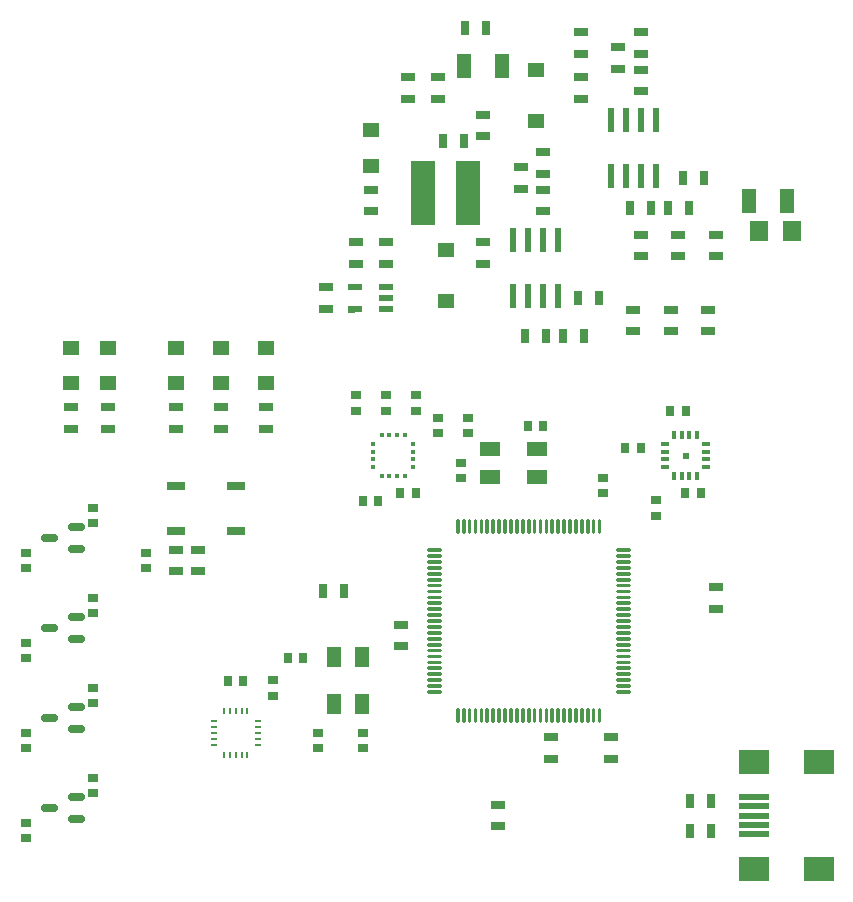
<source format=gtp>
G75*
G70*
%OFA0B0*%
%FSLAX24Y24*%
%IPPOS*%
%LPD*%
%AMOC8*
5,1,8,0,0,1.08239X$1,22.5*
%
%ADD10R,0.0146X0.0256*%
%ADD11R,0.0256X0.0146*%
%ADD12R,0.0197X0.0197*%
%ADD13R,0.0551X0.0472*%
%ADD14R,0.0315X0.0472*%
%ADD15R,0.0472X0.0315*%
%ADD16R,0.0600X0.0300*%
%ADD17C,0.0094*%
%ADD18R,0.0098X0.0197*%
%ADD19R,0.0197X0.0098*%
%ADD20C,0.0256*%
%ADD21R,0.0709X0.0472*%
%ADD22R,0.0472X0.0709*%
%ADD23R,0.0118X0.0157*%
%ADD24R,0.0157X0.0118*%
%ADD25R,0.0354X0.0276*%
%ADD26R,0.0276X0.0354*%
%ADD27R,0.0630X0.0709*%
%ADD28R,0.0472X0.0787*%
%ADD29R,0.0236X0.0787*%
%ADD30R,0.0846X0.2165*%
%ADD31R,0.0579X0.0500*%
%ADD32R,0.0984X0.0197*%
%ADD33R,0.0984X0.0787*%
%ADD34R,0.0217X0.0472*%
D10*
X024517Y014765D03*
X024773Y014765D03*
X025029Y014765D03*
X025285Y014765D03*
X025285Y016143D03*
X025029Y016143D03*
X024773Y016143D03*
X024517Y016143D03*
D11*
X024212Y015837D03*
X024212Y015581D03*
X024212Y015326D03*
X024212Y015070D03*
X025590Y015070D03*
X025590Y015326D03*
X025590Y015581D03*
X025590Y015837D03*
D12*
X024901Y015454D03*
D13*
X014401Y025113D03*
X014401Y026294D03*
X010901Y019044D03*
X010901Y017863D03*
X009401Y017863D03*
X009401Y019044D03*
X007901Y019044D03*
X007901Y017863D03*
X005651Y017863D03*
X005651Y019044D03*
X004401Y019044D03*
X004401Y017863D03*
D14*
X012797Y010954D03*
X013506Y010954D03*
X019547Y019454D03*
X020256Y019454D03*
X020797Y019454D03*
X021506Y019454D03*
X021297Y020704D03*
X022006Y020704D03*
X023047Y023704D03*
X023756Y023704D03*
X024297Y023704D03*
X025006Y023704D03*
X024797Y024704D03*
X025506Y024704D03*
X018256Y029704D03*
X017547Y029704D03*
X017506Y025954D03*
X016797Y025954D03*
X025047Y003954D03*
X025756Y003954D03*
X025756Y002954D03*
X025047Y002954D03*
D15*
X022401Y005349D03*
X022401Y006058D03*
X020401Y006058D03*
X020401Y005349D03*
X018651Y003808D03*
X018651Y003099D03*
X015401Y009099D03*
X015401Y009808D03*
X010901Y016349D03*
X010901Y017058D03*
X009401Y017058D03*
X009401Y016349D03*
X007901Y016349D03*
X007901Y017058D03*
X005651Y017058D03*
X005651Y016349D03*
X004401Y016349D03*
X004401Y017058D03*
X007901Y012308D03*
X007901Y011599D03*
X008651Y011599D03*
X008651Y012308D03*
X012901Y020349D03*
X012901Y021058D03*
X013901Y021849D03*
X013901Y022558D03*
X014901Y022558D03*
X014901Y021849D03*
X014401Y023599D03*
X014401Y024308D03*
X015651Y027349D03*
X015651Y028058D03*
X016651Y028058D03*
X016651Y027349D03*
X018151Y026808D03*
X018151Y026099D03*
X019401Y025058D03*
X019401Y024349D03*
X020151Y024308D03*
X020151Y024849D03*
X020151Y025558D03*
X020151Y023599D03*
X018151Y022558D03*
X018151Y021849D03*
X023151Y020308D03*
X023151Y019599D03*
X024401Y019599D03*
X024401Y020308D03*
X025651Y020308D03*
X025651Y019599D03*
X025901Y022099D03*
X025901Y022808D03*
X024651Y022808D03*
X024651Y022099D03*
X023401Y022099D03*
X023401Y022808D03*
X021401Y027349D03*
X021401Y028058D03*
X021401Y028849D03*
X021401Y029558D03*
X022651Y029058D03*
X022651Y028349D03*
X023401Y028308D03*
X023401Y028849D03*
X023401Y029558D03*
X023401Y027599D03*
X025901Y011058D03*
X025901Y010349D03*
D16*
X009901Y012954D03*
X009901Y014454D03*
X007901Y014454D03*
X007901Y012954D03*
D17*
X016303Y012328D02*
X016303Y012304D01*
X016303Y012328D02*
X016701Y012328D01*
X016701Y012304D01*
X016303Y012304D01*
X016303Y012131D02*
X016303Y012107D01*
X016303Y012131D02*
X016701Y012131D01*
X016701Y012107D01*
X016303Y012107D01*
X016303Y011934D02*
X016303Y011910D01*
X016303Y011934D02*
X016701Y011934D01*
X016701Y011910D01*
X016303Y011910D01*
X016303Y011737D02*
X016303Y011713D01*
X016303Y011737D02*
X016701Y011737D01*
X016701Y011713D01*
X016303Y011713D01*
X016303Y011540D02*
X016303Y011516D01*
X016303Y011540D02*
X016701Y011540D01*
X016701Y011516D01*
X016303Y011516D01*
X016303Y011343D02*
X016303Y011319D01*
X016303Y011343D02*
X016701Y011343D01*
X016701Y011319D01*
X016303Y011319D01*
X016303Y011147D02*
X016303Y011123D01*
X016303Y011147D02*
X016701Y011147D01*
X016701Y011123D01*
X016303Y011123D01*
X016303Y010950D02*
X016303Y010926D01*
X016303Y010950D02*
X016701Y010950D01*
X016701Y010926D01*
X016303Y010926D01*
X016303Y010753D02*
X016303Y010729D01*
X016303Y010753D02*
X016701Y010753D01*
X016701Y010729D01*
X016303Y010729D01*
X016303Y010556D02*
X016303Y010532D01*
X016303Y010556D02*
X016701Y010556D01*
X016701Y010532D01*
X016303Y010532D01*
X016303Y010359D02*
X016303Y010335D01*
X016303Y010359D02*
X016701Y010359D01*
X016701Y010335D01*
X016303Y010335D01*
X016303Y010162D02*
X016303Y010138D01*
X016303Y010162D02*
X016701Y010162D01*
X016701Y010138D01*
X016303Y010138D01*
X016303Y009966D02*
X016303Y009942D01*
X016303Y009966D02*
X016701Y009966D01*
X016701Y009942D01*
X016303Y009942D01*
X016303Y009769D02*
X016303Y009745D01*
X016303Y009769D02*
X016701Y009769D01*
X016701Y009745D01*
X016303Y009745D01*
X016303Y009572D02*
X016303Y009548D01*
X016303Y009572D02*
X016701Y009572D01*
X016701Y009548D01*
X016303Y009548D01*
X016303Y009375D02*
X016303Y009351D01*
X016303Y009375D02*
X016701Y009375D01*
X016701Y009351D01*
X016303Y009351D01*
X016303Y009178D02*
X016303Y009154D01*
X016303Y009178D02*
X016701Y009178D01*
X016701Y009154D01*
X016303Y009154D01*
X016303Y008981D02*
X016303Y008957D01*
X016303Y008981D02*
X016701Y008981D01*
X016701Y008957D01*
X016303Y008957D01*
X016303Y008784D02*
X016303Y008760D01*
X016303Y008784D02*
X016701Y008784D01*
X016701Y008760D01*
X016303Y008760D01*
X016303Y008588D02*
X016303Y008564D01*
X016303Y008588D02*
X016701Y008588D01*
X016701Y008564D01*
X016303Y008564D01*
X016303Y008391D02*
X016303Y008367D01*
X016303Y008391D02*
X016701Y008391D01*
X016701Y008367D01*
X016303Y008367D01*
X016303Y008194D02*
X016303Y008170D01*
X016303Y008194D02*
X016701Y008194D01*
X016701Y008170D01*
X016303Y008170D01*
X016303Y007997D02*
X016303Y007973D01*
X016303Y007997D02*
X016701Y007997D01*
X016701Y007973D01*
X016303Y007973D01*
X016303Y007800D02*
X016303Y007776D01*
X016303Y007800D02*
X016701Y007800D01*
X016701Y007776D01*
X016303Y007776D01*
X016303Y007603D02*
X016303Y007579D01*
X016303Y007603D02*
X016701Y007603D01*
X016701Y007579D01*
X016303Y007579D01*
X017277Y007003D02*
X017277Y006605D01*
X017277Y007003D02*
X017301Y007003D01*
X017301Y006605D01*
X017277Y006605D01*
X017277Y006698D02*
X017301Y006698D01*
X017301Y006791D02*
X017277Y006791D01*
X017277Y006884D02*
X017301Y006884D01*
X017301Y006977D02*
X017277Y006977D01*
X017474Y007003D02*
X017474Y006605D01*
X017474Y007003D02*
X017498Y007003D01*
X017498Y006605D01*
X017474Y006605D01*
X017474Y006698D02*
X017498Y006698D01*
X017498Y006791D02*
X017474Y006791D01*
X017474Y006884D02*
X017498Y006884D01*
X017498Y006977D02*
X017474Y006977D01*
X017671Y007003D02*
X017671Y006605D01*
X017671Y007003D02*
X017695Y007003D01*
X017695Y006605D01*
X017671Y006605D01*
X017671Y006698D02*
X017695Y006698D01*
X017695Y006791D02*
X017671Y006791D01*
X017671Y006884D02*
X017695Y006884D01*
X017695Y006977D02*
X017671Y006977D01*
X017868Y007003D02*
X017868Y006605D01*
X017868Y007003D02*
X017892Y007003D01*
X017892Y006605D01*
X017868Y006605D01*
X017868Y006698D02*
X017892Y006698D01*
X017892Y006791D02*
X017868Y006791D01*
X017868Y006884D02*
X017892Y006884D01*
X017892Y006977D02*
X017868Y006977D01*
X018064Y007003D02*
X018064Y006605D01*
X018064Y007003D02*
X018088Y007003D01*
X018088Y006605D01*
X018064Y006605D01*
X018064Y006698D02*
X018088Y006698D01*
X018088Y006791D02*
X018064Y006791D01*
X018064Y006884D02*
X018088Y006884D01*
X018088Y006977D02*
X018064Y006977D01*
X018261Y007003D02*
X018261Y006605D01*
X018261Y007003D02*
X018285Y007003D01*
X018285Y006605D01*
X018261Y006605D01*
X018261Y006698D02*
X018285Y006698D01*
X018285Y006791D02*
X018261Y006791D01*
X018261Y006884D02*
X018285Y006884D01*
X018285Y006977D02*
X018261Y006977D01*
X018458Y007003D02*
X018458Y006605D01*
X018458Y007003D02*
X018482Y007003D01*
X018482Y006605D01*
X018458Y006605D01*
X018458Y006698D02*
X018482Y006698D01*
X018482Y006791D02*
X018458Y006791D01*
X018458Y006884D02*
X018482Y006884D01*
X018482Y006977D02*
X018458Y006977D01*
X018655Y007003D02*
X018655Y006605D01*
X018655Y007003D02*
X018679Y007003D01*
X018679Y006605D01*
X018655Y006605D01*
X018655Y006698D02*
X018679Y006698D01*
X018679Y006791D02*
X018655Y006791D01*
X018655Y006884D02*
X018679Y006884D01*
X018679Y006977D02*
X018655Y006977D01*
X018852Y007003D02*
X018852Y006605D01*
X018852Y007003D02*
X018876Y007003D01*
X018876Y006605D01*
X018852Y006605D01*
X018852Y006698D02*
X018876Y006698D01*
X018876Y006791D02*
X018852Y006791D01*
X018852Y006884D02*
X018876Y006884D01*
X018876Y006977D02*
X018852Y006977D01*
X019049Y007003D02*
X019049Y006605D01*
X019049Y007003D02*
X019073Y007003D01*
X019073Y006605D01*
X019049Y006605D01*
X019049Y006698D02*
X019073Y006698D01*
X019073Y006791D02*
X019049Y006791D01*
X019049Y006884D02*
X019073Y006884D01*
X019073Y006977D02*
X019049Y006977D01*
X019245Y007003D02*
X019245Y006605D01*
X019245Y007003D02*
X019269Y007003D01*
X019269Y006605D01*
X019245Y006605D01*
X019245Y006698D02*
X019269Y006698D01*
X019269Y006791D02*
X019245Y006791D01*
X019245Y006884D02*
X019269Y006884D01*
X019269Y006977D02*
X019245Y006977D01*
X019442Y007003D02*
X019442Y006605D01*
X019442Y007003D02*
X019466Y007003D01*
X019466Y006605D01*
X019442Y006605D01*
X019442Y006698D02*
X019466Y006698D01*
X019466Y006791D02*
X019442Y006791D01*
X019442Y006884D02*
X019466Y006884D01*
X019466Y006977D02*
X019442Y006977D01*
X019639Y007003D02*
X019639Y006605D01*
X019639Y007003D02*
X019663Y007003D01*
X019663Y006605D01*
X019639Y006605D01*
X019639Y006698D02*
X019663Y006698D01*
X019663Y006791D02*
X019639Y006791D01*
X019639Y006884D02*
X019663Y006884D01*
X019663Y006977D02*
X019639Y006977D01*
X019836Y007003D02*
X019836Y006605D01*
X019836Y007003D02*
X019860Y007003D01*
X019860Y006605D01*
X019836Y006605D01*
X019836Y006698D02*
X019860Y006698D01*
X019860Y006791D02*
X019836Y006791D01*
X019836Y006884D02*
X019860Y006884D01*
X019860Y006977D02*
X019836Y006977D01*
X020033Y007003D02*
X020033Y006605D01*
X020033Y007003D02*
X020057Y007003D01*
X020057Y006605D01*
X020033Y006605D01*
X020033Y006698D02*
X020057Y006698D01*
X020057Y006791D02*
X020033Y006791D01*
X020033Y006884D02*
X020057Y006884D01*
X020057Y006977D02*
X020033Y006977D01*
X020230Y007003D02*
X020230Y006605D01*
X020230Y007003D02*
X020254Y007003D01*
X020254Y006605D01*
X020230Y006605D01*
X020230Y006698D02*
X020254Y006698D01*
X020254Y006791D02*
X020230Y006791D01*
X020230Y006884D02*
X020254Y006884D01*
X020254Y006977D02*
X020230Y006977D01*
X020427Y007003D02*
X020427Y006605D01*
X020427Y007003D02*
X020451Y007003D01*
X020451Y006605D01*
X020427Y006605D01*
X020427Y006698D02*
X020451Y006698D01*
X020451Y006791D02*
X020427Y006791D01*
X020427Y006884D02*
X020451Y006884D01*
X020451Y006977D02*
X020427Y006977D01*
X020623Y007003D02*
X020623Y006605D01*
X020623Y007003D02*
X020647Y007003D01*
X020647Y006605D01*
X020623Y006605D01*
X020623Y006698D02*
X020647Y006698D01*
X020647Y006791D02*
X020623Y006791D01*
X020623Y006884D02*
X020647Y006884D01*
X020647Y006977D02*
X020623Y006977D01*
X020820Y007003D02*
X020820Y006605D01*
X020820Y007003D02*
X020844Y007003D01*
X020844Y006605D01*
X020820Y006605D01*
X020820Y006698D02*
X020844Y006698D01*
X020844Y006791D02*
X020820Y006791D01*
X020820Y006884D02*
X020844Y006884D01*
X020844Y006977D02*
X020820Y006977D01*
X021017Y007003D02*
X021017Y006605D01*
X021017Y007003D02*
X021041Y007003D01*
X021041Y006605D01*
X021017Y006605D01*
X021017Y006698D02*
X021041Y006698D01*
X021041Y006791D02*
X021017Y006791D01*
X021017Y006884D02*
X021041Y006884D01*
X021041Y006977D02*
X021017Y006977D01*
X021214Y007003D02*
X021214Y006605D01*
X021214Y007003D02*
X021238Y007003D01*
X021238Y006605D01*
X021214Y006605D01*
X021214Y006698D02*
X021238Y006698D01*
X021238Y006791D02*
X021214Y006791D01*
X021214Y006884D02*
X021238Y006884D01*
X021238Y006977D02*
X021214Y006977D01*
X021411Y007003D02*
X021411Y006605D01*
X021411Y007003D02*
X021435Y007003D01*
X021435Y006605D01*
X021411Y006605D01*
X021411Y006698D02*
X021435Y006698D01*
X021435Y006791D02*
X021411Y006791D01*
X021411Y006884D02*
X021435Y006884D01*
X021435Y006977D02*
X021411Y006977D01*
X021608Y007003D02*
X021608Y006605D01*
X021608Y007003D02*
X021632Y007003D01*
X021632Y006605D01*
X021608Y006605D01*
X021608Y006698D02*
X021632Y006698D01*
X021632Y006791D02*
X021608Y006791D01*
X021608Y006884D02*
X021632Y006884D01*
X021632Y006977D02*
X021608Y006977D01*
X021805Y007003D02*
X021805Y006605D01*
X021805Y007003D02*
X021829Y007003D01*
X021829Y006605D01*
X021805Y006605D01*
X021805Y006698D02*
X021829Y006698D01*
X021829Y006791D02*
X021805Y006791D01*
X021805Y006884D02*
X021829Y006884D01*
X021829Y006977D02*
X021805Y006977D01*
X022001Y007003D02*
X022001Y006605D01*
X022001Y007003D02*
X022025Y007003D01*
X022025Y006605D01*
X022001Y006605D01*
X022001Y006698D02*
X022025Y006698D01*
X022025Y006791D02*
X022001Y006791D01*
X022001Y006884D02*
X022025Y006884D01*
X022025Y006977D02*
X022001Y006977D01*
X022602Y007579D02*
X022602Y007603D01*
X023000Y007603D01*
X023000Y007579D01*
X022602Y007579D01*
X022602Y007776D02*
X022602Y007800D01*
X023000Y007800D01*
X023000Y007776D01*
X022602Y007776D01*
X022602Y007973D02*
X022602Y007997D01*
X023000Y007997D01*
X023000Y007973D01*
X022602Y007973D01*
X022602Y008170D02*
X022602Y008194D01*
X023000Y008194D01*
X023000Y008170D01*
X022602Y008170D01*
X022602Y008367D02*
X022602Y008391D01*
X023000Y008391D01*
X023000Y008367D01*
X022602Y008367D01*
X022602Y008564D02*
X022602Y008588D01*
X023000Y008588D01*
X023000Y008564D01*
X022602Y008564D01*
X022602Y008760D02*
X022602Y008784D01*
X023000Y008784D01*
X023000Y008760D01*
X022602Y008760D01*
X022602Y008957D02*
X022602Y008981D01*
X023000Y008981D01*
X023000Y008957D01*
X022602Y008957D01*
X022602Y009154D02*
X022602Y009178D01*
X023000Y009178D01*
X023000Y009154D01*
X022602Y009154D01*
X022602Y009351D02*
X022602Y009375D01*
X023000Y009375D01*
X023000Y009351D01*
X022602Y009351D01*
X022602Y009548D02*
X022602Y009572D01*
X023000Y009572D01*
X023000Y009548D01*
X022602Y009548D01*
X022602Y009745D02*
X022602Y009769D01*
X023000Y009769D01*
X023000Y009745D01*
X022602Y009745D01*
X022602Y009942D02*
X022602Y009966D01*
X023000Y009966D01*
X023000Y009942D01*
X022602Y009942D01*
X022602Y010138D02*
X022602Y010162D01*
X023000Y010162D01*
X023000Y010138D01*
X022602Y010138D01*
X022602Y010335D02*
X022602Y010359D01*
X023000Y010359D01*
X023000Y010335D01*
X022602Y010335D01*
X022602Y010532D02*
X022602Y010556D01*
X023000Y010556D01*
X023000Y010532D01*
X022602Y010532D01*
X022602Y010729D02*
X022602Y010753D01*
X023000Y010753D01*
X023000Y010729D01*
X022602Y010729D01*
X022602Y010926D02*
X022602Y010950D01*
X023000Y010950D01*
X023000Y010926D01*
X022602Y010926D01*
X022602Y011123D02*
X022602Y011147D01*
X023000Y011147D01*
X023000Y011123D01*
X022602Y011123D01*
X022602Y011319D02*
X022602Y011343D01*
X023000Y011343D01*
X023000Y011319D01*
X022602Y011319D01*
X022602Y011516D02*
X022602Y011540D01*
X023000Y011540D01*
X023000Y011516D01*
X022602Y011516D01*
X022602Y011713D02*
X022602Y011737D01*
X023000Y011737D01*
X023000Y011713D01*
X022602Y011713D01*
X022602Y011910D02*
X022602Y011934D01*
X023000Y011934D01*
X023000Y011910D01*
X022602Y011910D01*
X022602Y012107D02*
X022602Y012131D01*
X023000Y012131D01*
X023000Y012107D01*
X022602Y012107D01*
X022602Y012304D02*
X022602Y012328D01*
X023000Y012328D01*
X023000Y012304D01*
X022602Y012304D01*
X022001Y012904D02*
X022001Y013302D01*
X022025Y013302D01*
X022025Y012904D01*
X022001Y012904D01*
X022001Y012997D02*
X022025Y012997D01*
X022025Y013090D02*
X022001Y013090D01*
X022001Y013183D02*
X022025Y013183D01*
X022025Y013276D02*
X022001Y013276D01*
X021805Y013302D02*
X021805Y012904D01*
X021805Y013302D02*
X021829Y013302D01*
X021829Y012904D01*
X021805Y012904D01*
X021805Y012997D02*
X021829Y012997D01*
X021829Y013090D02*
X021805Y013090D01*
X021805Y013183D02*
X021829Y013183D01*
X021829Y013276D02*
X021805Y013276D01*
X021608Y013302D02*
X021608Y012904D01*
X021608Y013302D02*
X021632Y013302D01*
X021632Y012904D01*
X021608Y012904D01*
X021608Y012997D02*
X021632Y012997D01*
X021632Y013090D02*
X021608Y013090D01*
X021608Y013183D02*
X021632Y013183D01*
X021632Y013276D02*
X021608Y013276D01*
X021411Y013302D02*
X021411Y012904D01*
X021411Y013302D02*
X021435Y013302D01*
X021435Y012904D01*
X021411Y012904D01*
X021411Y012997D02*
X021435Y012997D01*
X021435Y013090D02*
X021411Y013090D01*
X021411Y013183D02*
X021435Y013183D01*
X021435Y013276D02*
X021411Y013276D01*
X021214Y013302D02*
X021214Y012904D01*
X021214Y013302D02*
X021238Y013302D01*
X021238Y012904D01*
X021214Y012904D01*
X021214Y012997D02*
X021238Y012997D01*
X021238Y013090D02*
X021214Y013090D01*
X021214Y013183D02*
X021238Y013183D01*
X021238Y013276D02*
X021214Y013276D01*
X021017Y013302D02*
X021017Y012904D01*
X021017Y013302D02*
X021041Y013302D01*
X021041Y012904D01*
X021017Y012904D01*
X021017Y012997D02*
X021041Y012997D01*
X021041Y013090D02*
X021017Y013090D01*
X021017Y013183D02*
X021041Y013183D01*
X021041Y013276D02*
X021017Y013276D01*
X020820Y013302D02*
X020820Y012904D01*
X020820Y013302D02*
X020844Y013302D01*
X020844Y012904D01*
X020820Y012904D01*
X020820Y012997D02*
X020844Y012997D01*
X020844Y013090D02*
X020820Y013090D01*
X020820Y013183D02*
X020844Y013183D01*
X020844Y013276D02*
X020820Y013276D01*
X020623Y013302D02*
X020623Y012904D01*
X020623Y013302D02*
X020647Y013302D01*
X020647Y012904D01*
X020623Y012904D01*
X020623Y012997D02*
X020647Y012997D01*
X020647Y013090D02*
X020623Y013090D01*
X020623Y013183D02*
X020647Y013183D01*
X020647Y013276D02*
X020623Y013276D01*
X020427Y013302D02*
X020427Y012904D01*
X020427Y013302D02*
X020451Y013302D01*
X020451Y012904D01*
X020427Y012904D01*
X020427Y012997D02*
X020451Y012997D01*
X020451Y013090D02*
X020427Y013090D01*
X020427Y013183D02*
X020451Y013183D01*
X020451Y013276D02*
X020427Y013276D01*
X020230Y013302D02*
X020230Y012904D01*
X020230Y013302D02*
X020254Y013302D01*
X020254Y012904D01*
X020230Y012904D01*
X020230Y012997D02*
X020254Y012997D01*
X020254Y013090D02*
X020230Y013090D01*
X020230Y013183D02*
X020254Y013183D01*
X020254Y013276D02*
X020230Y013276D01*
X020033Y013302D02*
X020033Y012904D01*
X020033Y013302D02*
X020057Y013302D01*
X020057Y012904D01*
X020033Y012904D01*
X020033Y012997D02*
X020057Y012997D01*
X020057Y013090D02*
X020033Y013090D01*
X020033Y013183D02*
X020057Y013183D01*
X020057Y013276D02*
X020033Y013276D01*
X019836Y013302D02*
X019836Y012904D01*
X019836Y013302D02*
X019860Y013302D01*
X019860Y012904D01*
X019836Y012904D01*
X019836Y012997D02*
X019860Y012997D01*
X019860Y013090D02*
X019836Y013090D01*
X019836Y013183D02*
X019860Y013183D01*
X019860Y013276D02*
X019836Y013276D01*
X019639Y013302D02*
X019639Y012904D01*
X019639Y013302D02*
X019663Y013302D01*
X019663Y012904D01*
X019639Y012904D01*
X019639Y012997D02*
X019663Y012997D01*
X019663Y013090D02*
X019639Y013090D01*
X019639Y013183D02*
X019663Y013183D01*
X019663Y013276D02*
X019639Y013276D01*
X019442Y013302D02*
X019442Y012904D01*
X019442Y013302D02*
X019466Y013302D01*
X019466Y012904D01*
X019442Y012904D01*
X019442Y012997D02*
X019466Y012997D01*
X019466Y013090D02*
X019442Y013090D01*
X019442Y013183D02*
X019466Y013183D01*
X019466Y013276D02*
X019442Y013276D01*
X019245Y013302D02*
X019245Y012904D01*
X019245Y013302D02*
X019269Y013302D01*
X019269Y012904D01*
X019245Y012904D01*
X019245Y012997D02*
X019269Y012997D01*
X019269Y013090D02*
X019245Y013090D01*
X019245Y013183D02*
X019269Y013183D01*
X019269Y013276D02*
X019245Y013276D01*
X019049Y013302D02*
X019049Y012904D01*
X019049Y013302D02*
X019073Y013302D01*
X019073Y012904D01*
X019049Y012904D01*
X019049Y012997D02*
X019073Y012997D01*
X019073Y013090D02*
X019049Y013090D01*
X019049Y013183D02*
X019073Y013183D01*
X019073Y013276D02*
X019049Y013276D01*
X018852Y013302D02*
X018852Y012904D01*
X018852Y013302D02*
X018876Y013302D01*
X018876Y012904D01*
X018852Y012904D01*
X018852Y012997D02*
X018876Y012997D01*
X018876Y013090D02*
X018852Y013090D01*
X018852Y013183D02*
X018876Y013183D01*
X018876Y013276D02*
X018852Y013276D01*
X018655Y013302D02*
X018655Y012904D01*
X018655Y013302D02*
X018679Y013302D01*
X018679Y012904D01*
X018655Y012904D01*
X018655Y012997D02*
X018679Y012997D01*
X018679Y013090D02*
X018655Y013090D01*
X018655Y013183D02*
X018679Y013183D01*
X018679Y013276D02*
X018655Y013276D01*
X018458Y013302D02*
X018458Y012904D01*
X018458Y013302D02*
X018482Y013302D01*
X018482Y012904D01*
X018458Y012904D01*
X018458Y012997D02*
X018482Y012997D01*
X018482Y013090D02*
X018458Y013090D01*
X018458Y013183D02*
X018482Y013183D01*
X018482Y013276D02*
X018458Y013276D01*
X018261Y013302D02*
X018261Y012904D01*
X018261Y013302D02*
X018285Y013302D01*
X018285Y012904D01*
X018261Y012904D01*
X018261Y012997D02*
X018285Y012997D01*
X018285Y013090D02*
X018261Y013090D01*
X018261Y013183D02*
X018285Y013183D01*
X018285Y013276D02*
X018261Y013276D01*
X018064Y013302D02*
X018064Y012904D01*
X018064Y013302D02*
X018088Y013302D01*
X018088Y012904D01*
X018064Y012904D01*
X018064Y012997D02*
X018088Y012997D01*
X018088Y013090D02*
X018064Y013090D01*
X018064Y013183D02*
X018088Y013183D01*
X018088Y013276D02*
X018064Y013276D01*
X017868Y013302D02*
X017868Y012904D01*
X017868Y013302D02*
X017892Y013302D01*
X017892Y012904D01*
X017868Y012904D01*
X017868Y012997D02*
X017892Y012997D01*
X017892Y013090D02*
X017868Y013090D01*
X017868Y013183D02*
X017892Y013183D01*
X017892Y013276D02*
X017868Y013276D01*
X017671Y013302D02*
X017671Y012904D01*
X017671Y013302D02*
X017695Y013302D01*
X017695Y012904D01*
X017671Y012904D01*
X017671Y012997D02*
X017695Y012997D01*
X017695Y013090D02*
X017671Y013090D01*
X017671Y013183D02*
X017695Y013183D01*
X017695Y013276D02*
X017671Y013276D01*
X017474Y013302D02*
X017474Y012904D01*
X017474Y013302D02*
X017498Y013302D01*
X017498Y012904D01*
X017474Y012904D01*
X017474Y012997D02*
X017498Y012997D01*
X017498Y013090D02*
X017474Y013090D01*
X017474Y013183D02*
X017498Y013183D01*
X017498Y013276D02*
X017474Y013276D01*
X017277Y013302D02*
X017277Y012904D01*
X017277Y013302D02*
X017301Y013302D01*
X017301Y012904D01*
X017277Y012904D01*
X017277Y012997D02*
X017301Y012997D01*
X017301Y013090D02*
X017277Y013090D01*
X017277Y013183D02*
X017301Y013183D01*
X017301Y013276D02*
X017277Y013276D01*
D18*
X010295Y006932D03*
X010098Y006932D03*
X009901Y006932D03*
X009704Y006932D03*
X009507Y006932D03*
X009507Y005475D03*
X009704Y005475D03*
X009901Y005475D03*
X010098Y005475D03*
X010295Y005475D03*
D19*
X010630Y005810D03*
X010630Y006007D03*
X010630Y006204D03*
X010630Y006400D03*
X010630Y006597D03*
X009173Y006597D03*
X009173Y006400D03*
X009173Y006204D03*
X009173Y006007D03*
X009173Y005810D03*
D20*
X004751Y006330D02*
X004457Y006330D01*
X003845Y006704D02*
X003551Y006704D01*
X004457Y007078D02*
X004751Y007078D01*
X004751Y009330D02*
X004457Y009330D01*
X004457Y010078D02*
X004751Y010078D01*
X003845Y009704D02*
X003551Y009704D01*
X004457Y012330D02*
X004751Y012330D01*
X004751Y013078D02*
X004457Y013078D01*
X003845Y012704D02*
X003551Y012704D01*
X004457Y004078D02*
X004751Y004078D01*
X004751Y003330D02*
X004457Y003330D01*
X003845Y003704D02*
X003551Y003704D01*
D21*
X018364Y014731D03*
X018364Y015676D03*
X019939Y015676D03*
X019939Y014731D03*
D22*
X014124Y008741D03*
X013179Y008741D03*
X013179Y007166D03*
X014124Y007166D03*
D23*
X014767Y014784D03*
X015023Y014784D03*
X015279Y014784D03*
X015535Y014784D03*
X015535Y016123D03*
X015279Y016123D03*
X015023Y016123D03*
X014767Y016123D03*
D24*
X014482Y015837D03*
X014482Y015581D03*
X014482Y015326D03*
X014482Y015070D03*
X015820Y015070D03*
X015820Y015326D03*
X015820Y015581D03*
X015820Y015837D03*
D25*
X002901Y002698D03*
X002901Y003209D03*
X005151Y004198D03*
X005151Y004709D03*
X002901Y005698D03*
X002901Y006209D03*
X005151Y007198D03*
X005151Y007709D03*
X002901Y008698D03*
X002901Y009209D03*
X005151Y010198D03*
X005151Y010709D03*
X006901Y011698D03*
X006901Y012209D03*
X005151Y013198D03*
X005151Y013709D03*
X002901Y012209D03*
X002901Y011698D03*
X011151Y007959D03*
X011151Y007448D03*
X012651Y006209D03*
X012651Y005698D03*
X014151Y005698D03*
X014151Y006209D03*
X022151Y014198D03*
X022151Y014709D03*
X023901Y013959D03*
X023901Y013448D03*
X017651Y016198D03*
X017651Y016709D03*
X016651Y016709D03*
X016651Y016198D03*
X015901Y016948D03*
X015901Y017459D03*
X014901Y017459D03*
X014901Y016948D03*
X013901Y016948D03*
X013901Y017459D03*
X017401Y015209D03*
X017401Y014698D03*
D26*
X015907Y014204D03*
X015395Y014204D03*
X014657Y013954D03*
X014145Y013954D03*
X012157Y008704D03*
X011645Y008704D03*
X010157Y007954D03*
X009645Y007954D03*
X019645Y016454D03*
X020157Y016454D03*
X022895Y015704D03*
X023407Y015704D03*
X024395Y016954D03*
X024907Y016954D03*
X024895Y014204D03*
X025407Y014204D03*
D27*
X027350Y022954D03*
X028452Y022954D03*
D28*
X028281Y023954D03*
X027021Y023954D03*
X018781Y028454D03*
X017521Y028454D03*
D29*
X022401Y026648D03*
X022901Y026648D03*
X023401Y026648D03*
X023901Y026648D03*
X023901Y024759D03*
X023401Y024759D03*
X022901Y024759D03*
X022401Y024759D03*
X020651Y022648D03*
X020151Y022648D03*
X019651Y022648D03*
X019151Y022648D03*
X019151Y020759D03*
X019651Y020759D03*
X020151Y020759D03*
X020651Y020759D03*
D30*
X017657Y024204D03*
X016145Y024204D03*
D31*
X016901Y022300D03*
X016901Y020607D03*
X019901Y026607D03*
X019901Y028300D03*
D32*
X027167Y004083D03*
X027167Y003769D03*
X027167Y003454D03*
X027167Y003139D03*
X027167Y002824D03*
D33*
X027167Y001682D03*
X029332Y001682D03*
X029332Y005225D03*
X027167Y005225D03*
D34*
G36*
X015149Y020438D02*
X015150Y020223D01*
X014679Y020222D01*
X014678Y020437D01*
X015149Y020438D01*
G37*
G36*
X015148Y020812D02*
X015149Y020597D01*
X014678Y020596D01*
X014677Y020811D01*
X015148Y020812D01*
G37*
G36*
X015147Y021186D02*
X015148Y020971D01*
X014677Y020970D01*
X014676Y021185D01*
X015147Y021186D01*
G37*
G36*
X014124Y021185D02*
X014125Y020970D01*
X013654Y020969D01*
X013653Y021184D01*
X014124Y021185D01*
G37*
G36*
X014125Y020437D02*
X014126Y020222D01*
X013655Y020221D01*
X013654Y020436D01*
X014125Y020437D01*
G37*
M02*

</source>
